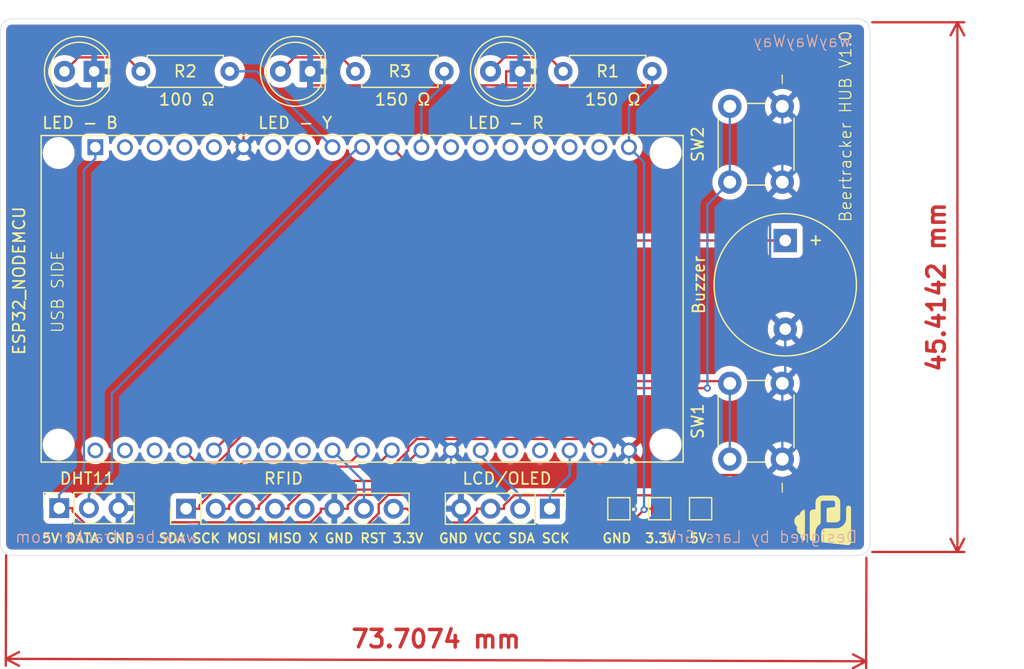
<source format=kicad_pcb>
(kicad_pcb (version 20240108) (generator "pcbnew") (generator_version "8.0")
  (title_block (title "Beertracker HUB PCB") (date "30/12/2024") (rev "1.1") (company "Beertracker"))
  (layers (0 "F.Cu" signal) (31 "B.Cu" signal) (34 "B.Paste" user) (35 "F.Paste" user) (36 "B.SilkS" user "B.Silkscreen") (37 "F.SilkS" user "F.Silkscreen") (38 "B.Mask" user) (39 "F.Mask" user) (44 "Edge.Cuts" user))
  (net 0 "")
  (net 1 "GND")
  (net 2 "Net-(D1-A)")
  (net 3 "Net-(D2-A)")
  (net 4 "Net-(D3-A)")
  (net 5 "Net-(J1-Pin_4)")
  (net 6 "Net-(J1-Pin_1)")
  (net 7 "Net-(J1-Pin_2)")
  (net 9 "Net-(J1-Pin_7)")
  (net 10 "Net-(J1-Pin_3)")
  (net 11 "+3.3V")
  (net 12 "Net-(J2-Pin_1)")
  (net 13 "Net-(J2-Pin_2)")
  (net 14 "+5V")
  (net 15 "Net-(U1-G27)")
  (net 16 "Net-(U1-G33)")
  (net 17 "Net-(U1-G2)")
  (net 18 "Net-(U1-G15)")
  (net 34 "Net-(BZ1-+)")
  (net 40 "Net-(J3-Pin_2)")
  (footprint "TestPoint:TestPoint_Pad_1.5x1.5mm" (layer "F.Cu") (at 149.5 104 180)
    (property "Reference" "TP1" (hide yes))
    (property "Value" "TestPoint GND" (hide yes))
    (pad "1" smd rect (at 0 0 180) (size 1.5 1.5) (layers "F.Cu" "F.Mask") (net 1 "GND"))
  )
  (footprint "Resistor_THT:R_Axial_DIN0207_L6.3mm_D2.5mm_P7.62mm_Horizontal" (layer "F.Cu") (at 126.92 66.5)
    (property "Reference" "R3" (hide yes))
    (property "Value" "R" (hide yes))
    (fp_text user "${REFERENCE}" (at 3.81 0 0) (layer "F.SilkS"))
    (pad "1" thru_hole circle (at 0 0) (size 1.6 1.6) (drill 0.8) (layers "*.Cu" "*.Mask") (net 4 "Net-(D3-A)"))
    (pad "2" thru_hole oval (at 7.62 0) (size 1.6 1.6) (drill 0.8) (layers "*.Cu" "*.Mask") (net 16 "Net-(U1-G33)"))
  )
  (footprint "LED_THT:LED_D5.0mm" (layer "F.Cu") (at 123.04 66.5 180)
    (property "Reference" "D3" (hide yes))
    (property "Value" "LED - Y")
    (pad "1" thru_hole rect (at 0 0 180) (size 1.8 1.8) (drill 0.9) (layers "*.Cu" "*.Mask") (net 1 "GND"))
    (pad "2" thru_hole circle (at 2.54 0 180) (size 1.8 1.8) (drill 0.9) (layers "*.Cu" "*.Mask") (net 4 "Net-(D3-A)"))
  )
  (footprint "Button_Switch_THT:SW_PUSH_6mm_H5mm" (layer "F.Cu") (at 163.5 69.5 -90)
    (property "Reference" "SW2" (at 3.25 7.25 90) (layer "F.SilkS"))
    (property "Value" "SW_Push - Plus" (hide yes))
    (pad "1" thru_hole circle (at 0 0) (size 2 2) (drill 1.1) (layers "*.Cu" "*.Mask") (net 1 "GND"))
    (pad "1" thru_hole circle (at 6.5 0) (size 2 2) (drill 1.1) (layers "*.Cu" "*.Mask") (net 1 "GND"))
    (pad "2" thru_hole circle (at 0 4.5) (size 2 2) (drill 1.1) (layers "*.Cu" "*.Mask") (net 18 "Net-(U1-G15)"))
    (pad "2" thru_hole circle (at 6.5 4.5) (size 2 2) (drill 1.1) (layers "*.Cu" "*.Mask") (net 18 "Net-(U1-G15)"))
  )
  (footprint "ESP32_NODEMCU:MODULE_ESP32_NODEMCU" (layer "F.Cu") (at 127.5 86 -90)
    (property "Reference" "U1" (hide yes))
    (property "Value" "ESP32_NODEMCU" (at -1.55 29.385 90) (layer "F.SilkS"))
    (pad "" np_thru_hole circle (at -12.5 -26 270) (size 2.25 2.25) (drill 2.25) (layers "*.Cu" "*.Mask"))
    (pad "" np_thru_hole circle (at -12.5 26 270) (size 2.25 2.25) (drill 2.25) (layers "*.Cu" "*.Mask"))
    (pad "" np_thru_hole circle (at 12.5 -26 270) (size 2.25 2.25) (drill 2.25) (layers "*.Cu" "*.Mask"))
    (pad "" np_thru_hole circle (at 12.5 26 270) (size 2.25 2.25) (drill 2.25) (layers "*.Cu" "*.Mask"))
    (pad "J4_1" thru_hole circle (at 13 -22.86 270) (size 1.35 1.35) (drill 0.9) (layers "*.Cu" "*.Mask") (net 1 "GND"))
    (pad "J4_2" thru_hole circle (at 13 -20.32 270) (size 1.35 1.35) (drill 0.9) (layers "*.Cu" "*.Mask") (net 10 "Net-(J1-Pin_3)"))
    (pad "J4_3" thru_hole circle (at 13 -17.78 270) (size 1.35 1.35) (drill 0.9) (layers "*.Cu" "*.Mask") (net 12 "Net-(J2-Pin_1)"))
    (pad "J4_4" thru_hole circle (at 13 -15.24 270) (size 1.35 1.35) (drill 0.9) (layers "*.Cu" "*.Mask"))
    (pad "J4_5" thru_hole circle (at 13 -12.7 270) (size 1.35 1.35) (drill 0.9) (layers "*.Cu" "*.Mask"))
    (pad "J4_6" thru_hole circle (at 13 -10.16 270) (size 1.35 1.35) (drill 0.9) (layers "*.Cu" "*.Mask") (net 13 "Net-(J2-Pin_2)"))
    (pad "J4_7" thru_hole circle (at 13 -7.62 270) (size 1.35 1.35) (drill 0.9) (layers "*.Cu" "*.Mask") (net 1 "GND"))
    (pad "J4_8" thru_hole circle (at 13 -5.08 270) (size 1.35 1.35) (drill 0.9) (layers "*.Cu" "*.Mask") (net 5 "Net-(J1-Pin_4)"))
    (pad "J4_9" thru_hole circle (at 13 -2.54 270) (size 1.35 1.35) (drill 0.9) (layers "*.Cu" "*.Mask") (net 7 "Net-(J1-Pin_2)"))
    (pad "J4_10" thru_hole circle (at 13 0 270) (size 1.35 1.35) (drill 0.9) (layers "*.Cu" "*.Mask") (net 6 "Net-(J1-Pin_1)"))
    (pad "J4_11" thru_hole circle (at 13 2.54 270) (size 1.35 1.35) (drill 0.9) (layers "*.Cu" "*.Mask") (net 9 "Net-(J1-Pin_7)"))
    (pad "J4_12" thru_hole circle (at 13 5.08 270) (size 1.35 1.35) (drill 0.9) (layers "*.Cu" "*.Mask"))
    (pad "J4_13" thru_hole circle (at 13 7.62 270) (size 1.35 1.35) (drill 0.9) (layers "*.Cu" "*.Mask"))
    (pad "J4_14" thru_hole circle (at 13 10.16 270) (size 1.35 1.35) (drill 0.9) (layers "*.Cu" "*.Mask"))
    (pad "J4_15" thru_hole circle (at 13 12.7 270) (size 1.35 1.35) (drill 0.9) (layers "*.Cu" "*.Mask") (net 17 "Net-(U1-G2)"))
    (pad "J4_16" thru_hole circle (at 13 15.24 270) (size 1.35 1.35) (drill 0.9) (layers "*.Cu" "*.Mask") (net 18 "Net-(U1-G15)"))
    (pad "J4_17" thru_hole circle (at 13 17.78 270) (size 1.35 1.35) (drill 0.9) (layers "*.Cu" "*.Mask"))
    (pad "J4_18" thru_hole circle (at 13 20.32 270) (size 1.35 1.35) (drill 0.9) (layers "*.Cu" "*.Mask"))
    (pad "J4_19" thru_hole circle (at 13 22.86 270) (size 1.35 1.35) (drill 0.9) (layers "*.Cu" "*.Mask"))
    (pad "J5_1" thru_hole rect (at -13 22.86 270) (size 1.35 1.35) (drill 0.9) (layers "*.Cu" "*.Mask") (net 14 "+5V"))
    (pad "J5_2" thru_hole circle (at -13 20.32 270) (size 1.35 1.35) (drill 0.9) (layers "*.Cu" "*.Mask"))
    (pad "J5_3" thru_hole circle (at -13 17.78 270) (size 1.35 1.35) (drill 0.9) (layers "*.Cu" "*.Mask"))
    (pad "J5_4" thru_hole circle (at -13 15.24 270) (size 1.35 1.35) (drill 0.9) (layers "*.Cu" "*.Mask"))
    (pad "J5_5" thru_hole circle (at -13 12.7 270) (size 1.35 1.35) (drill 0.9) (layers "*.Cu" "*.Mask"))
    (pad "J5_6" thru_hole circle (at -13 10.16 270) (size 1.35 1.35) (drill 0.9) (layers "*.Cu" "*.Mask") (net 1 "GND"))
    (pad "J5_7" thru_hole circle (at -13 7.62 270) (size 1.35 1.35) (drill 0.9) (layers "*.Cu" "*.Mask"))
    (pad "J5_8" thru_hole circle (at -13 5.08 270) (size 1.35 1.35) (drill 0.9) (layers "*.Cu" "*.Mask"))
    (pad "J5_9" thru_hole circle (at -13 2.54 270) (size 1.35 1.35) (drill 0.9) (layers "*.Cu" "*.Mask") (net 15 "Net-(U1-G27)"))
    (pad "J5_10" thru_hole circle (at -13 0 270) (size 1.35 1.35) (drill 0.9) (layers "*.Cu" "*.Mask") (net 40 "Net-(J3-Pin_2)"))
    (pad "J5_11" thru_hole circle (at -13 -2.54 270) (size 1.35 1.35) (drill 0.9) (layers "*.Cu" "*.Mask") (net 34 "Net-(BZ1-+)"))
    (pad "J5_12" thru_hole circle (at -13 -5.08 270) (size 1.35 1.35) (drill 0.9) (layers "*.Cu" "*.Mask") (net 16 "Net-(U1-G33)"))
    (pad "J5_13" thru_hole circle (at -13 -7.62 270) (size 1.35 1.35) (drill 0.9) (layers "*.Cu" "*.Mask"))
    (pad "J5_14" thru_hole circle (at -13 -10.16 270) (size 1.35 1.35) (drill 0.9) (layers "*.Cu" "*.Mask"))
    (pad "J5_15" thru_hole circle (at -13 -12.7 270) (size 1.35 1.35) (drill 0.9) (layers "*.Cu" "*.Mask"))
    (pad "J5_16" thru_hole circle (at -13 -15.24 270) (size 1.35 1.35) (drill 0.9) (layers "*.Cu" "*.Mask"))
    (pad "J5_17" thru_hole circle (at -13 -17.78 270) (size 1.35 1.35) (drill 0.9) (layers "*.Cu" "*.Mask"))
    (pad "J5_18" thru_hole circle (at -13 -20.32 270) (size 1.35 1.35) (drill 0.9) (layers "*.Cu" "*.Mask"))
    (pad "J5_19" thru_hole circle (at -13 -22.86 270) (size 1.35 1.35) (drill 0.9) (layers "*.Cu" "*.Mask") (net 11 "+3.3V"))
  )
  (footprint "BeertrackerLOGO:BeertrackerLOGO" (layer "F.Cu") (at 167 105 90)
    (property "Reference" "G***" (hide yes))
    (property "Value" "LOGO" (hide yes))
  )
  (footprint "Buzzer_Beeper:Buzzer_12x9.5RM7.6" (layer "F.Cu") (at 163.75 81 -90)
    (property "Reference" "BZ1" (hide yes))
    (property "Value" "Buzzer" (at 3.8 7.4 90) (layer "F.SilkS"))
    (fp_text user "+" (at -0.01 -2.54 90) (layer "F.SilkS"))
    (pad "1" thru_hole rect (at 0 0 270) (size 2 2) (drill 1) (layers "*.Cu" "*.Mask") (net 34 "Net-(BZ1-+)"))
    (pad "2" thru_hole circle (at 7.6 0 270) (size 2 2) (drill 1) (layers "*.Cu" "*.Mask") (net 1 "GND"))
  )
  (footprint "LED_THT:LED_D5.0mm" (layer "F.Cu") (at 141.04 66.5 180)
    (property "Reference" "D1" (hide yes))
    (property "Value" "LED - R")
    (pad "1" thru_hole rect (at 0 0 180) (size 1.8 1.8) (drill 0.9) (layers "*.Cu" "*.Mask") (net 1 "GND"))
    (pad "2" thru_hole circle (at 2.54 0 180) (size 1.8 1.8) (drill 0.9) (layers "*.Cu" "*.Mask") (net 2 "Net-(D1-A)"))
  )
  (footprint "Connector_PinHeader_2.54mm:PinHeader_1x08_P2.54mm_Vertical" (layer "F.Cu") (at 112.415 104 90)
    (property "Reference" "J1" (hide yes))
    (property "Value" "Conn_01x08_Pin - RC522 RFID" (hide yes))
    (pad "1" thru_hole rect (at 0 0 90) (size 1.7 1.7) (drill 1) (layers "*.Cu" "*.Mask") (net 6 "Net-(J1-Pin_1)"))
    (pad "2" thru_hole oval (at 0 2.54 90) (size 1.7 1.7) (drill 1) (layers "*.Cu" "*.Mask") (net 7 "Net-(J1-Pin_2)"))
    (pad "3" thru_hole oval (at 0 5.08 90) (size 1.7 1.7) (drill 1) (layers "*.Cu" "*.Mask") (net 10 "Net-(J1-Pin_3)"))
    (pad "4" thru_hole oval (at 0 7.62 90) (size 1.7 1.7) (drill 1) (layers "*.Cu" "*.Mask") (net 5 "Net-(J1-Pin_4)"))
    (pad "5" thru_hole oval (at 0 10.16 90) (size 1.7 1.7) (drill 1) (layers "*.Cu" "*.Mask"))
    (pad "6" thru_hole oval (at 0 12.7 90) (size 1.7 1.7) (drill 1) (layers "*.Cu" "*.Mask") (net 1 "GND"))
    (pad "7" thru_hole oval (at 0 15.24 90) (size 1.7 1.7) (drill 1) (layers "*.Cu" "*.Mask") (net 9 "Net-(J1-Pin_7)"))
    (pad "8" thru_hole oval (at 0 17.78 90) (size 1.7 1.7) (drill 1) (layers "*.Cu" "*.Mask") (net 11 "+3.3V"))
  )
  (footprint "LED_THT:LED_D5.0mm" (layer "F.Cu") (at 104.54 66.5 180)
    (property "Reference" "D2" (hide yes))
    (property "Value" "LED - B")
    (pad "1" thru_hole rect (at 0 0 180) (size 1.8 1.8) (drill 0.9) (layers "*.Cu" "*.Mask") (net 1 "GND"))
    (pad "2" thru_hole circle (at 2.54 0 180) (size 1.8 1.8) (drill 0.9) (layers "*.Cu" "*.Mask") (net 3 "Net-(D2-A)"))
  )
  (footprint "Button_Switch_THT:SW_PUSH_6mm_H5mm" (layer "F.Cu") (at 159 99.75 90)
    (property "Reference" "SW1" (at 3.25 -2.75 90) (layer "F.SilkS"))
    (property "Value" "SW_Push - minus" (hide yes))
    (pad "1" thru_hole circle (at 0 0 180) (size 2 2) (drill 1.1) (layers "*.Cu" "*.Mask") (net 17 "Net-(U1-G2)"))
    (pad "1" thru_hole circle (at 6.5 0 180) (size 2 2) (drill 1.1) (layers "*.Cu" "*.Mask") (net 17 "Net-(U1-G2)"))
    (pad "2" thru_hole circle (at 0 4.5 180) (size 2 2) (drill 1.1) (layers "*.Cu" "*.Mask") (net 1 "GND"))
    (pad "2" thru_hole circle (at 6.5 4.5 180) (size 2 2) (drill 1.1) (layers "*.Cu" "*.Mask") (net 1 "GND"))
  )
  (footprint "Resistor_THT:R_Axial_DIN0207_L6.3mm_D2.5mm_P7.62mm_Horizontal" (layer "F.Cu") (at 144.73 66.5)
    (property "Reference" "R1" (hide yes))
    (property "Value" "R" (hide yes))
    (fp_text user "${REFERENCE}" (at 3.81 0 0) (layer "F.SilkS"))
    (pad "1" thru_hole circle (at 0 0) (size 1.6 1.6) (drill 0.8) (layers "*.Cu" "*.Mask") (net 2 "Net-(D1-A)"))
    (pad "2" thru_hole oval (at 7.62 0) (size 1.6 1.6) (drill 0.8) (layers "*.Cu" "*.Mask") (net 11 "+3.3V"))
  )
  (footprint "Connector_PinSocket_2.54mm:PinSocket_1x03_P2.54mm_Vertical" (layer "F.Cu") (at 101.55 103.95 90)
    (property "Reference" "J3" (hide yes))
    (property "Value" "Conn_01x03_Socket - DHT11" (hide yes))
    (pad "1" thru_hole rect (at 0 0 90) (size 1.7 1.7) (drill 1) (layers "*.Cu" "*.Mask") (net 14 "+5V"))
    (pad "2" thru_hole oval (at 0 2.54 90) (size 1.7 1.7) (drill 1) (layers "*.Cu" "*.Mask") (net 40 "Net-(J3-Pin_2)"))
    (pad "3" thru_hole oval (at 0 5.08 90) (size 1.7 1.7) (drill 1) (layers "*.Cu" "*.Mask") (net 1 "GND"))
  )
  (footprint "Resistor_THT:R_Axial_DIN0207_L6.3mm_D2.5mm_P7.62mm_Horizontal" (layer "F.Cu") (at 108.54 66.5)
    (property "Reference" "R2" (hide yes))
    (property "Value" "R" (hide yes))
    (fp_text user "${REFERENCE}" (at 3.81 0 0) (layer "F.SilkS"))
    (pad "1" thru_hole circle (at 0 0) (size 1.6 1.6) (drill 0.8) (layers "*.Cu" "*.Mask") (net 3 "Net-(D2-A)"))
    (pad "2" thru_hole oval (at 7.62 0) (size 1.6 1.6) (drill 0.8) (layers "*.Cu" "*.Mask") (net 15 "Net-(U1-G27)"))
  )
  (footprint "Connector_PinHeader_2.54mm:PinHeader_1x04_P2.54mm_Vertical" (layer "F.Cu") (at 143.58 104 -90)
    (property "Reference" "J2" (hide yes))
    (property "Value" "Conn_01x04_Pin - I2C LCD" (hide yes))
    (pad "1" thru_hole rect (at 0 0 270) (size 1.7 1.7) (drill 1) (layers "*.Cu" "*.Mask") (net 12 "Net-(J2-Pin_1)"))
    (pad "2" thru_hole oval (at 0 2.54 270) (size 1.7 1.7) (drill 1) (layers "*.Cu" "*.Mask") (net 13 "Net-(J2-Pin_2)"))
    (pad "3" thru_hole oval (at 0 5.08 270) (size 1.7 1.7) (drill 1) (layers "*.Cu" "*.Mask") (net 14 "+5V"))
    (pad "4" thru_hole oval (at 0 7.62 270) (size 1.7 1.7) (drill 1) (layers "*.Cu" "*.Mask") (net 1 "GND"))
  )
  (footprint "TestPoint:TestPoint_Pad_1.5x1.5mm" (layer "F.Cu") (at 153 104 180)
    (property "Reference" "TP2" (hide yes))
    (property "Value" "TestPoint 3v3" (hide yes))
    (pad "1" smd rect (at 0 0 180) (size 1.5 1.5) (layers "F.Cu" "F.Mask") (net 11 "+3.3V"))
  )
  (footprint "TestPoint:TestPoint_Pad_1.5x1.5mm" (layer "F.Cu") (at 156.5 104 180)
    (property "Reference" "TP3" (hide yes))
    (property "Value" "TestPoint 5V" (hide yes))
    (pad "1" smd rect (at 0 0 180) (size 1.5 1.5) (layers "F.Cu" "F.Mask") (net 14 "+5V"))
  )
  (gr_arc (start 170 62) (mid 170.707107 62.292893) (end 171 63) (stroke (width 0.05)) (layer "Edge.Cuts"))
  (gr_line (start 97.5 108) (end 170 108) (stroke (width 0.05)) (layer "Edge.Cuts"))
  (gr_arc (start 171 107) (mid 170.707107 107.707107) (end 170 108) (stroke (width 0.05)) (layer "Edge.Cuts"))
  (gr_line (start 96.5 63) (end 96.5 107) (stroke (width 0.05)) (layer "Edge.Cuts"))
  (gr_arc (start 96.5 63) (mid 96.792893 62.292893) (end 97.5 62) (stroke (width 0.05)) (layer "Edge.Cuts"))
  (gr_line (start 171 107) (end 171 63) (stroke (width 0.05)) (layer "Edge.Cuts"))
  (gr_arc (start 97.5 108) (mid 96.792893 107.707107) (end 96.5 107) (stroke (width 0.05)) (layer "Edge.Cuts"))
  (gr_line (start 170 62) (end 97.5 62) (stroke (width 0.05)) (layer "Edge.Cuts"))
  (gr_text "www.beertracker.com" (at 113.5 107 0) (layer "B.SilkS") (effects (font (size 1 1) (thickness 0.1)) (justify left bottom mirror)))
  (gr_text "Designed by Lars Grit" (at 170 107 0) (layer "B.SilkS") (effects (font (size 1 1) (thickness 0.1)) (justify left bottom mirror)))
  (gr_text "WayWayWay" (at 169.5 64.5 0) (layer "B.SilkS") (effects (font (size 1 1) (thickness 0.1)) (justify left bottom mirror)))
  (gr_text "DHT11" (at 101.5 102 0) (layer "F.SilkS") (effects (font (size 1 1)) (justify left bottom)))
  (gr_text "150 Ω" (at 146.5 69.5 0) (layer "F.SilkS") (effects (font (size 1 1)) (justify left bottom)))
  (gr_text "150 Ω" (at 128.5 69.5 0) (layer "F.SilkS") (effects (font (size 1 1)) (justify left bottom)))
  (gr_text "RFID" (at 119 102 0) (layer "F.SilkS") (effects (font (size 1 1)) (justify left bottom)))
  (gr_text "GND  3.3V  5V" (at 148 107 0) (layer "F.SilkS") (effects (font (size 0.8 0.8)) (justify left bottom)))
  (gr_text "-" (at 164 101.5 90) (layer "F.SilkS") (effects (font (size 1 1) (thickness 0.1)) (justify left bottom mirror)))
  (gr_text "SDA SCK MOSI MISO X GND RST 3.3V" (at 110 107 0) (layer "F.SilkS") (effects (font (size 0.8 0.8)) (justify left bottom)))
  (gr_text "GND VCC SDA SCK" (at 134 107 0) (layer "F.SilkS") (effects (font (size 0.8 0.8)) (justify left bottom)))
  (gr_text "-" (at 164 66.5 90) (layer "F.SilkS") (effects (font (size 1 1) (thickness 0.1)) (justify left bottom mirror)))
  (gr_text "LED - R" (at 136.5 71.5 0) (layer "F.SilkS") (effects (font (size 1 1)) (justify left bottom)))
  (gr_text "5V DATA GND" (at 100 107 0) (layer "F.SilkS") (effects (font (size 0.8 0.8)) (justify left bottom)))
  (gr_text "100 Ω" (at 110 69.5 0) (layer "F.SilkS") (effects (font (size 1 1)) (justify left bottom)))
  (gr_text "LCD/OLED" (at 136 102 0) (layer "F.SilkS") (effects (font (size 1 1)) (justify left bottom)))
  (gr_text "USB SIDE" (at 102 89 90) (layer "F.SilkS") (effects (font (size 1 1) (thickness 0.1)) (justify left bottom)))
  (gr_text "Beertracker HUB V1.0" (at 169.5 79.5 90) (layer "F.SilkS") (effects (font (size 1 1) (thickness 0.1)) (justify left bottom)))
  (gr_text "LED - B" (at 100 71.5 0) (layer "F.SilkS") (effects (font (size 1 1)) (justify left bottom)))
  (gr_text "LED - Y" (at 118.5 71.5 0) (layer "F.SilkS") (effects (font (size 1 1)) (justify left bottom)))
  (dimension (type aligned) (layer "F.Cu") (pts (xy 170.707107 107.707107) (xy 97 107.5)) (height -9.370836) (gr_text "73,7074 mm" (at 133.83228 115.174359 -0.1609937412) (layer "F.Cu") (effects (font (size 1.5 1.5) (thickness 0.3)))) (format (prefix "") (suffix "") (units 3) (units_format 1) (precision 4)) (style (thickness 0.2) (arrow_length 1.27) (text_position_mode 0) (extension_height 0.58642) (extension_offset 0.5) keep_text_aligned))
  (dimension (type aligned) (layer "F.Cu") (pts (xy 170.707107 107.707107) (xy 170.707107 62.292893)) (height 7.792893) (gr_text "45,4142 mm" (at 176.7 85 90) (layer "F.Cu") (effects (font (size 1.5 1.5) (thickness 0.3)))) (format (prefix "") (suffix "") (units 3) (units_format 1) (precision 4)) (style (thickness 0.2) (arrow_length 1.27) (text_position_mode 0) (extension_height 0.58642) (extension_offset 0.5) keep_text_aligned))
  (segment (start 127.17 102.8088) (end 126.2667 103.7121) (width 0.2) (layer "F.Cu") (net 1))
  (segment (start 135.12 99) (end 136.1613 100.0413) (width 0.2) (layer "F.Cu") (net 1))
  (segment (start 123.04 66.5) (end 123.04 67.7002) (width 0.2) (layer "F.Cu") (net 1))
  (segment (start 150.5517 104) (end 150.6048 104.0531) (width 0.2) (layer "F.Cu") (net 1))
  (segment (start 161.7017 67.7017) (end 163.5 69.5) (width 0.2) (layer "F.Cu") (net 1))
  (segment (start 163.5 99.75) (end 162.1385 101.1115) (width 0.2) (layer "F.Cu") (net 1))
  (segment (start 152.4715 101.1115) (end 150.36 99) (width 0.2) (layer "F.Cu") (net 1))
  (segment (start 122.1488 68.5929) (end 123.04 67.7017) (width 0.2) (layer "F.Cu") (net 1))
  (segment (start 108.9949 105.1632) (end 107.7817 103.95) (width 0.2) (layer "F.Cu") (net 1))
  (segment (start 106.63 103.95) (end 107.7817 103.95) (width 0.2) (layer "F.Cu") (net 1))
  (segment (start 125.115 104) (end 126.2667 104) (width 0.2) (layer "F.Cu") (net 1))
  (segment (start 139.8383 67.7017) (end 161.7017 67.7017) (width 0.2) (layer "F.Cu") (net 1))
  (segment (start 149.5 104) (end 150.5517 104) (width 0.2) (layer "F.Cu") (net 1))
  (segment (start 117.34 68.5929) (end 122.1488 68.5929) (width 0.2) (layer "F.Cu") (net 1))
  (segment (start 123.0415 67.7017) (end 139.8383 67.7017) (width 0.2) (layer "F.Cu") (net 1))
  (segment (start 136.1613 100.0413) (end 149.3187 100.0413) (width 0.2) (layer "F.Cu") (net 1))
  (segment (start 107.8346 68.5929) (end 117.34 68.5929) (width 0.2) (layer "F.Cu") (net 1))
  (segment (start 117.34 73) (end 117.34 68.5929) (width 0.2) (layer "F.Cu") (net 1))
  (segment (start 123.04 67.7002) (end 123.0415 67.7017) (width 0.2) (layer "F.Cu") (net 1))
  (segment (start 129.5768 102.4086) (end 129.1766 102.8088) (width 0.2) (layer "F.Cu") (net 1))
  (segment (start 135.96 104) (end 134.8083 104) (width 0.2) (layer "F.Cu") (net 1))
  (segment (start 123.0686 105.1632) (end 108.9949 105.1632) (width 0.2) (layer "F.Cu") (net 1))
  (segment (start 141.04 66.5) (end 139.8383 66.5) (width 0.2) (layer "F.Cu") (net 1))
  (segment (start 139.8383 67.7017) (end 139.8383 66.5) (width 0.2) (layer "F.Cu") (net 1))
  (segment (start 150.6048 104.0531) (end 150.7593 104.0531) (width 0.2) (layer "F.Cu") (net 1))
  (segment (start 149.5 104) (end 146.5 104) (width 0.2) (layer "F.Cu") (net 1))
  (segment (start 134.8083 104) (end 133.2169 102.4086) (width 0.2) (layer "F.Cu") (net 1))
  (segment (start 123.04 67.7002) (end 123.04 67.7017) (width 0.2) (layer "F.Cu") (net 1))
  (segment (start 162.1385 101.1115) (end 152.4715 101.1115) (width 0.2) (layer "F.Cu") (net 1))
  (segment (start 129.1766 102.8088) (end 127.17 102.8088) (width 0.2) (layer "F.Cu") (net 1))
  (segment (start 125.115 104) (end 123.9633 104) (width 0.2) (layer "F.Cu") (net 1))
  (segment (start 104.54 66.5) (end 105.7417 66.5) (width 0.2) (layer "F.Cu") (net 1))
  (segment (start 149.3187 100.0413) (end 150.36 99) (width 0.2) (layer "F.Cu") (net 1))
  (segment (start 133.2169 102.4086) (end 129.5768 102.4086) (width 0.2) (layer "F.Cu") (net 1))
  (segment (start 123.9633 104.2685) (end 123.0686 105.1632) (width 0.2) (layer "F.Cu") (net 1))
  (segment (start 123.9633 104) (end 123.9633 104.2685) (width 0.2) (layer "F.Cu") (net 1))
  (segment (start 126.2667 103.7121) (end 126.2667 104) (width 0.2) (layer "F.Cu") (net 1))
  (segment (start 105.7417 66.5) (end 107.8346 68.5929) (width 0.2) (layer "F.Cu") (net 1))
  (via (at 150.7593 104.0531) (size 0.6) (drill 0.3) (layers "F.Cu" "B.Cu") (net 1))
  (segment (start 135.12 102.0083) (end 135.12 99) (width 0.2) (layer "B.Cu") (net 1))
  (segment (start 163.75 93) (end 163.75 88.6) (width 0.2) (layer "B.Cu") (net 1))
  (segment (start 150.36 99) (end 150.36 103.6538) (width 0.2) (layer "B.Cu") (net 1))
  (segment (start 162.4483 87.2983) (end 162.4483 77.0517) (width 0.2) (layer "B.Cu") (net 1))
  (segment (start 162.4483 77.0517) (end 163.5 76) (width 0.2) (layer "B.Cu") (net 1))
  (segment (start 135.96 102.8483) (end 135.12 102.0083) (width 0.2) (layer "B.Cu") (net 1))
  (segment (start 163.5 93.25) (end 163.75 93) (width 0.2) (layer "B.Cu") (net 1))
  (segment (start 135.96 104) (end 135.96 102.8483) (width 0.2) (layer "B.Cu") (net 1))
  (segment (start 163.5 76) (end 163.5 69.5) (width 0.2) (layer "B.Cu") (net 1))
  (segment (start 163.75 88.6) (end 162.4483 87.2983) (width 0.2) (layer "B.Cu") (net 1))
  (segment (start 163.5 99.75) (end 163.5 93.25) (width 0.2) (layer "B.Cu") (net 1))
  (segment (start 150.36 103.6538) (end 150.7593 104.0531) (width 0.2) (layer "B.Cu") (net 1))
  (segment (start 139.7017 65.2983) (end 143.5283 65.2983) (width 0.2) (layer "F.Cu") (net 2))
  (segment (start 143.5283 65.2983) (end 144.73 66.5) (width 0.2) (layer "F.Cu") (net 2))
  (segment (start 138.5 66.5) (end 139.7017 65.2983) (width 0.2) (layer "F.Cu") (net 2))
  (segment (start 103.2017 65.2983) (end 107.3383 65.2983) (width 0.2) (layer "F.Cu") (net 3))
  (segment (start 102 66.5) (end 103.2017 65.2983) (width 0.2) (layer "F.Cu") (net 3))
  (segment (start 107.3383 65.2983) (end 108.54 66.5) (width 0.2) (layer "F.Cu") (net 3))
  (segment (start 121.7017 65.2983) (end 125.7183 65.2983) (width 0.2) (layer "F.Cu") (net 4))
  (segment (start 120.5 66.5) (end 121.7017 65.2983) (width 0.2) (layer "F.Cu") (net 4))
  (segment (start 125.7183 65.2983) (end 126.92 66.5) (width 0.2) (layer "F.Cu") (net 4))
  (segment (start 132.58 99) (end 132.4174 99) (width 0.2) (layer "F.Cu") (net 5))
  (segment (start 132.4174 99) (end 129.0534 102.364) (width 0.2) (layer "F.Cu") (net 5))
  (segment (start 120.035 104) (end 121.1867 104) (width 0.2) (layer "F.Cu") (net 5))
  (segment (start 129.0534 102.364) (end 122.5542 102.364) (width 0.2) (layer "F.Cu") (net 5))
  (segment (start 121.1867 103.7315) (end 121.1867 104) (width 0.2) (layer "F.Cu") (net 5))
  (segment (start 122.5542 102.364) (end 121.1867 103.7315) (width 0.2) (layer "F.Cu") (net 5))
  (segment (start 113.5667 103.7121) (end 117.2965 99.9823) (width 0.2) (layer "F.Cu") (net 6))
  (segment (start 112.415 104) (end 113.5667 104) (width 0.2) (layer "F.Cu") (net 6))
  (segment (start 117.2965 99.9823) (end 126.5177 99.9823) (width 0.2) (layer "F.Cu") (net 6))
  (segment (start 113.5667 104) (end 113.5667 103.7121) (width 0.2) (layer "F.Cu") (net 6))
  (segment (start 126.5177 99.9823) (end 127.5 99) (width 0.2) (layer "F.Cu") (net 6))
  (segment (start 128.6488 100.3912) (end 119.4276 100.3912) (width 0.2) (layer "F.Cu") (net 7))
  (segment (start 116.1067 103.7121) (end 116.1067 104) (width 0.2) (layer "F.Cu") (net 7))
  (segment (start 114.955 104) (end 116.1067 104) (width 0.2) (layer "F.Cu") (net 7))
  (segment (start 119.4276 100.3912) (end 116.1067 103.7121) (width 0.2) (layer "F.Cu") (net 7))
  (segment (start 130.04 99) (end 128.6488 100.3912) (width 0.2) (layer "F.Cu") (net 7))
  (segment (start 127.655 104) (end 127.655 101.695) (width 0.2) (layer "B.Cu") (net 9))
  (segment (start 127.655 101.695) (end 124.96 99) (width 0.2) (layer "B.Cu") (net 9))
  (segment (start 128.8367 101.6206) (end 120.7576 101.6206) (width 0.2) (layer "F.Cu") (net 10))
  (segment (start 131.4516 98.7472) (end 131.4516 99.0057) (width 0.2) (layer "F.Cu") (net 10))
  (segment (start 120.7576 101.6206) (end 118.6467 103.7315) (width 0.2) (layer "F.Cu") (net 10))
  (segment (start 132.1768 98.022) (end 131.4516 98.7472) (width 0.2) (layer "F.Cu") (net 10))
  (segment (start 147.82 99) (end 146.842 98.022) (width 0.2) (layer "F.Cu") (net 10))
  (segment (start 131.4516 99.0057) (end 128.8367 101.6206) (width 0.2) (layer "F.Cu") (net 10))
  (segment (start 118.6467 103.7315) (end 118.6467 104) (width 0.2) (layer "F.Cu") (net 10))
  (segment (start 117.495 104) (end 118.6467 104) (width 0.2) (layer "F.Cu") (net 10))
  (segment (start 146.842 98.022) (end 132.1768 98.022) (width 0.2) (layer "F.Cu") (net 10))
  (segment (start 150.1496 105.5862) (end 151.6547 104.0811) (width 0.2) (layer "F.Cu") (net 11))
  (segment (start 151.8782 104.0811) (end 151.9593 104) (width 0.2) (layer "F.Cu") (net 11))
  (segment (start 130.195 104) (end 131.3467 104) (width 0.2) (layer "F.Cu") (net 11))
  (segment (start 151.6547 104.0811) (end 151.8782 104.0811) (width 0.2) (layer "F.Cu") (net 11))
  (segment (start 131.3467 104) (end 132.9329 105.5862) (width 0.2) (layer "F.Cu") (net 11))
  (segment (start 153 104) (end 151.9593 104) (width 0.2) (layer "F.Cu") (net 11))
  (segment (start 132.9329 105.5862) (end 150.1496 105.5862) (width 0.2) (layer "F.Cu") (net 11))
  (via (at 151.6547 104.0811) (size 0.6) (drill 0.3) (layers "F.Cu" "B.Cu") (net 11))
  (segment (start 150.36 73) (end 151.6547 74.2947) (width 0.2) (layer "B.Cu") (net 11))
  (segment (start 151.6547 74.2947) (end 151.6547 104.0811) (width 0.2) (layer "B.Cu") (net 11))
  (segment (start 152.35 66.5) (end 152.35 67.6017) (width 0.2) (layer "B.Cu") (net 11))
  (segment (start 150.36 69.5917) (end 150.36 73) (width 0.2) (layer "B.Cu") (net 11))
  (segment (start 152.35 67.6017) (end 150.36 69.5917) (width 0.2) (layer "B.Cu") (net 11))
  (segment (start 143.58 102.8483) (end 145.28 101.1483) (width 0.2) (layer "B.Cu") (net 12))
  (segment (start 145.28 101.1483) (end 145.28 99) (width 0.2) (layer "B.Cu") (net 12))
  (segment (start 143.58 104) (end 143.58 102.8483) (width 0.2) (layer "B.Cu") (net 12))
  (segment (start 141.04 102.8483) (end 137.66 99.4683) (width 0.2) (layer "B.Cu") (net 13))
  (segment (start 141.04 104) (end 141.04 102.8483) (width 0.2) (layer "B.Cu") (net 13))
  (segment (start 137.66 99.4683) (end 137.66 99) (width 0.2) (layer "B.Cu") (net 13))
  (segment (start 102.7017 104.2379) (end 102.7017 103.95) (width 0.2) (layer "F.Cu") (net 14))
  (segment (start 139.6517 104) (end 139.6517 103.712) (width 0.2) (layer "F.Cu") (net 14))
  (segment (start 154.2966 102.8483) (end 155.4483 104) (width 0.2) (layer "F.Cu") (net 14))
  (segment (start 156.5 104) (end 155.4483 104) (width 0.2) (layer "F.Cu") (net 14))
  (segment (start 138.5 104) (end 137.3483 104) (width 0.2) (layer "F.Cu") (net 14))
  (segment (start 129.7431 102.8103) (end 128.925 103.6284) (width 0.2) (layer "F.Cu") (net 14))
  (segment (start 137.3483 104) (end 137.3483 104.3016) (width 0.2) (layer "F.Cu") (net 14))
  (segment (start 104.0552 105.5914) (end 102.7017 104.2379) (width 0.2) (layer "F.Cu") (net 14))
  (segment (start 137.3483 104.3016) (end 136.4654 105.1845) (width 0.2) (layer "F.Cu") (net 14))
  (segment (start 139.6517 103.712) (end 140.5154 102.8483) (width 0.2) (layer "F.Cu") (net 14))
  (segment (start 101.55 103.95) (end 102.7017 103.95) (width 0.2) (layer "F.Cu") (net 14))
  (segment (start 136.4654 105.1845) (end 134.2621 105.1845) (width 0.2) (layer "F.Cu") (net 14))
  (segment (start 134.2621 105.1845) (end 131.8879 102.8103) (width 0.2) (layer "F.Cu") (net 14))
  (segment (start 128.925 103.6284) (end 128.925 104.3893) (width 0.2) (layer "F.Cu") (net 14))
  (segment (start 128.925 104.3893) (end 127.7229 105.5914) (width 0.2) (layer "F.Cu") (net 14))
  (segment (start 127.7229 105.5914) (end 104.0552 105.5914) (width 0.2) (layer "F.Cu") (net 14))
  (segment (start 138.5 104) (end 139.6517 104) (width 0.2) (layer "F.Cu") (net 14))
  (segment (start 140.5154 102.8483) (end 154.2966 102.8483) (width 0.2) (layer "F.Cu") (net 14))
  (segment (start 131.8879 102.8103) (end 129.7431 102.8103) (width 0.2) (layer "F.Cu") (net 14))
  (segment (start 101.55 102.7983) (end 103.6633 100.685) (width 0.2) (layer "B.Cu") (net 14))
  (segment (start 103.6633 74.9534) (end 104.64 73.9767) (width 0.2) (layer "B.Cu") (net 14))
  (segment (start 101.55 103.95) (end 101.55 102.7983) (width 0.2) (layer "B.Cu") (net 14))
  (segment (start 103.6633 100.685) (end 103.6633 74.9534) (width 0.2) (layer "B.Cu") (net 14))
  (segment (start 104.64 73) (end 104.64 73.9767) (width 0.2) (layer "B.Cu") (net 14))
  (segment (start 118.46 66.5) (end 116.16 66.5) (width 0.2) (layer "B.Cu") (net 15))
  (segment (start 124.96 73) (end 118.46 66.5) (width 0.2) (layer "B.Cu") (net 15))
  (segment (start 132.58 73) (end 132.58 69.5617) (width 0.2) (layer "B.Cu") (net 16))
  (segment (start 132.58 69.5617) (end 134.54 67.6017) (width 0.2) (layer "B.Cu") (net 16))
  (segment (start 134.54 66.5) (end 134.54 67.6017) (width 0.2) (layer "B.Cu") (net 16))
  (segment (start 120.7384 93.0616) (end 114.8 99) (width 0.2) (layer "F.Cu") (net 17))
  (segment (start 158.8116 93.0616) (end 120.7384 93.0616) (width 0.2) (layer "F.Cu") (net 17))
  (segment (start 159 93.25) (end 158.8116 93.0616) (width 0.2) (layer "F.Cu") (net 17))
  (segment (start 159 93.25) (end 159 99.75) (width 0.2) (layer "B.Cu") (net 17))
  (segment (start 116.07 99.1133) (end 116.07 98.8433) (width 0.2) (layer "F.Cu") (net 18))
  (segment (start 112.26 99) (end 113.276 100.016) (width 0.2) (layer "F.Cu") (net 18))
  (segment (start 115.1673 100.016) (end 116.07 99.1133) (width 0.2) (layer "F.Cu") (net 18))
  (segment (start 116.07 98.8433) (end 121.25 93.6633) (width 0.2) (layer "F.Cu") (net 18))
  (segment (start 121.25 93.6633) (end 157.08 93.6633) (width 0.2) (layer "F.Cu") (net 18))
  (segment (start 113.276 100.016) (end 115.1673 100.016) (width 0.2) (layer "F.Cu") (net 18))
  (via (at 157.08 93.6633) (size 0.6) (drill 0.3) (layers "F.Cu" "B.Cu") (net 18))
  (segment (start 157.08 93.6633) (end 157.08 77.92) (width 0.2) (layer "B.Cu") (net 18))
  (segment (start 159 76) (end 159 69.5) (width 0.2) (layer "B.Cu") (net 18))
  (segment (start 157.08 77.92) (end 159 76) (width 0.2) (layer "B.Cu") (net 18))
  (segment (start 163.75 81) (end 138.04 81) (width 0.2) (layer "F.Cu") (net 34))
  (segment (start 138.04 81) (end 130.04 73) (width 0.2) (layer "F.Cu") (net 34))
  (segment (start 106.0516 100.8367) (end 104.09 102.7983) (width 0.2) (layer "B.Cu") (net 40))
  (segment (start 127.5 73) (end 127.1841 73) (width 0.2) (layer "B.Cu") (net 40))
  (segment (start 104.09 103.95) (end 104.09 102.7983) (width 0.2) (layer "B.Cu") (net 40))
  (segment (start 106.0516 94.1325) (end 106.0516 100.8367) (width 0.2) (layer "B.Cu") (net 40))
  (segment (start 127.1841 73) (end 106.0516 94.1325) (width 0.2) (layer "B.Cu") (net 40))
  (zone (net 1) (net_name "GND") (layers "F&B.Cu") (connect_pads (clearance 0.5)) (min_thickness 0.25) (fill yes (thermal_gap 0.5) (thermal_bridge_width 0.5))
    (polygon (pts (xy 97 62.5) (xy 97 107.5) (xy 170.5 107.5) (xy 170.5 62.5)))
  )
)
</source>
